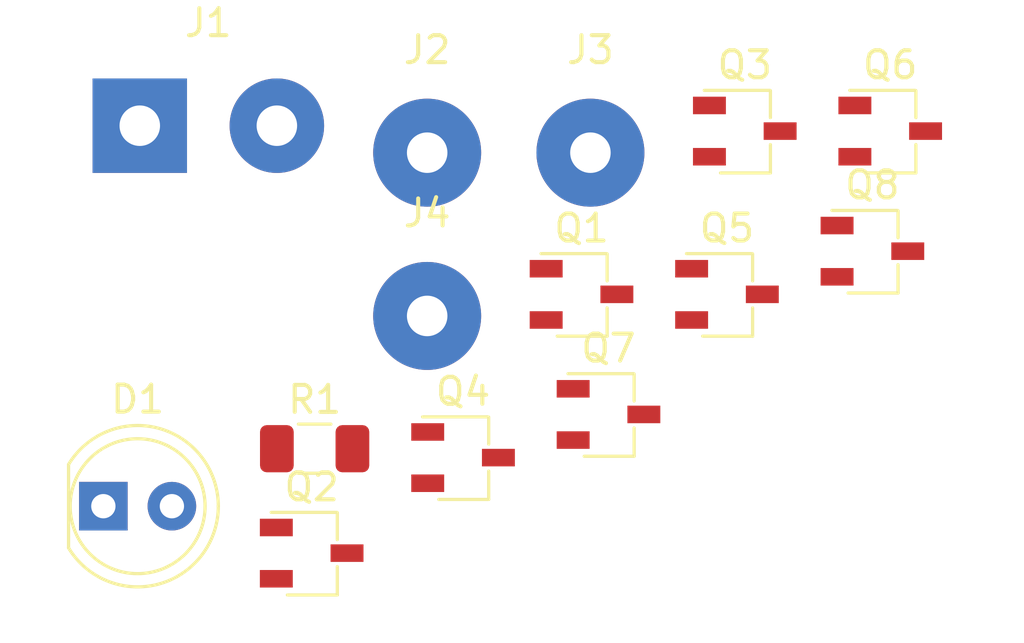
<source format=kicad_pcb>
(kicad_pcb (version 20171130) (host pcbnew "(5.1.2)-1")

  (general
    (thickness 1.6)
    (drawings 0)
    (tracks 0)
    (zones 0)
    (modules 14)
    (nets 11)
  )

  (page A4)
  (layers
    (0 F.Cu signal)
    (31 B.Cu signal)
    (32 B.Adhes user)
    (33 F.Adhes user)
    (34 B.Paste user)
    (35 F.Paste user)
    (36 B.SilkS user)
    (37 F.SilkS user)
    (38 B.Mask user)
    (39 F.Mask user)
    (40 Dwgs.User user)
    (41 Cmts.User user)
    (42 Eco1.User user)
    (43 Eco2.User user)
    (44 Edge.Cuts user)
    (45 Margin user)
    (46 B.CrtYd user)
    (47 F.CrtYd user)
    (48 B.Fab user)
    (49 F.Fab user)
  )

  (setup
    (last_trace_width 0.25)
    (trace_clearance 0.2)
    (zone_clearance 0.508)
    (zone_45_only no)
    (trace_min 0.2)
    (via_size 0.8)
    (via_drill 0.4)
    (via_min_size 0.4)
    (via_min_drill 0.3)
    (uvia_size 0.3)
    (uvia_drill 0.1)
    (uvias_allowed no)
    (uvia_min_size 0.2)
    (uvia_min_drill 0.1)
    (edge_width 0.05)
    (segment_width 0.2)
    (pcb_text_width 0.3)
    (pcb_text_size 1.5 1.5)
    (mod_edge_width 0.12)
    (mod_text_size 1 1)
    (mod_text_width 0.15)
    (pad_size 1.524 1.524)
    (pad_drill 0.762)
    (pad_to_mask_clearance 0.051)
    (solder_mask_min_width 0.25)
    (aux_axis_origin 0 0)
    (visible_elements FFFFFF7F)
    (pcbplotparams
      (layerselection 0x010fc_ffffffff)
      (usegerberextensions false)
      (usegerberattributes false)
      (usegerberadvancedattributes false)
      (creategerberjobfile false)
      (excludeedgelayer true)
      (linewidth 0.100000)
      (plotframeref false)
      (viasonmask false)
      (mode 1)
      (useauxorigin false)
      (hpglpennumber 1)
      (hpglpenspeed 20)
      (hpglpendiameter 15.000000)
      (psnegative false)
      (psa4output false)
      (plotreference true)
      (plotvalue true)
      (plotinvisibletext false)
      (padsonsilk false)
      (subtractmaskfromsilk false)
      (outputformat 1)
      (mirror false)
      (drillshape 1)
      (scaleselection 1)
      (outputdirectory ""))
  )

  (net 0 "")
  (net 1 "Net-(D1-Pad2)")
  (net 2 "Net-(D1-Pad1)")
  (net 3 GND)
  (net 4 +3V3)
  (net 5 /A)
  (net 6 /B)
  (net 7 "Net-(Q1-Pad3)")
  (net 8 "Net-(Q3-Pad3)")
  (net 9 "Net-(Q5-Pad3)")
  (net 10 "Net-(Q7-Pad3)")

  (net_class Default "This is the default net class."
    (clearance 0.2)
    (trace_width 0.25)
    (via_dia 0.8)
    (via_drill 0.4)
    (uvia_dia 0.3)
    (uvia_drill 0.1)
    (add_net +3V3)
    (add_net /A)
    (add_net /B)
    (add_net GND)
    (add_net "Net-(D1-Pad1)")
    (add_net "Net-(D1-Pad2)")
    (add_net "Net-(Q1-Pad3)")
    (add_net "Net-(Q3-Pad3)")
    (add_net "Net-(Q5-Pad3)")
    (add_net "Net-(Q7-Pad3)")
  )

  (module Connector_Wire:SolderWirePad_1x02_P5.08mm_Drill1.5mm (layer F.Cu) (tedit 5AEE5F19) (tstamp 5D0D4AFA)
    (at 147.4 95.12)
    (descr "Wire solder connection")
    (tags connector)
    (path /5DD9DD0F)
    (attr virtual)
    (fp_text reference J1 (at 2.54 -3.81) (layer F.SilkS)
      (effects (font (size 1 1) (thickness 0.15)))
    )
    (fp_text value Conn_01x02_Female (at 2.54 3.81) (layer F.Fab)
      (effects (font (size 1 1) (thickness 0.15)))
    )
    (fp_line (start 7.33 2.25) (end -2.25 2.25) (layer F.CrtYd) (width 0.05))
    (fp_line (start 7.33 2.25) (end 7.33 -2.25) (layer F.CrtYd) (width 0.05))
    (fp_line (start -2.25 -2.25) (end -2.25 2.25) (layer F.CrtYd) (width 0.05))
    (fp_line (start -2.25 -2.25) (end 7.33 -2.25) (layer F.CrtYd) (width 0.05))
    (fp_text user %R (at 2.54 0) (layer F.Fab)
      (effects (font (size 1 1) (thickness 0.15)))
    )
    (pad 2 thru_hole circle (at 5.08 0) (size 3.50012 3.50012) (drill 1.50114) (layers *.Cu *.Mask)
      (net 3 GND))
    (pad 1 thru_hole rect (at 0 0) (size 3.50012 3.50012) (drill 1.50114) (layers *.Cu *.Mask)
      (net 4 +3V3))
  )

  (module Resistor_SMD:R_1206_3216Metric (layer F.Cu) (tedit 5B301BBD) (tstamp 5D0D4BD1)
    (at 153.88 107.09)
    (descr "Resistor SMD 1206 (3216 Metric), square (rectangular) end terminal, IPC_7351 nominal, (Body size source: http://www.tortai-tech.com/upload/download/2011102023233369053.pdf), generated with kicad-footprint-generator")
    (tags resistor)
    (path /5DD82B7F)
    (attr smd)
    (fp_text reference R1 (at 0 -1.82) (layer F.SilkS)
      (effects (font (size 1 1) (thickness 0.15)))
    )
    (fp_text value R (at 0 1.82) (layer F.Fab)
      (effects (font (size 1 1) (thickness 0.15)))
    )
    (fp_text user %R (at 0 0) (layer F.Fab)
      (effects (font (size 0.8 0.8) (thickness 0.12)))
    )
    (fp_line (start 2.28 1.12) (end -2.28 1.12) (layer F.CrtYd) (width 0.05))
    (fp_line (start 2.28 -1.12) (end 2.28 1.12) (layer F.CrtYd) (width 0.05))
    (fp_line (start -2.28 -1.12) (end 2.28 -1.12) (layer F.CrtYd) (width 0.05))
    (fp_line (start -2.28 1.12) (end -2.28 -1.12) (layer F.CrtYd) (width 0.05))
    (fp_line (start -0.602064 0.91) (end 0.602064 0.91) (layer F.SilkS) (width 0.12))
    (fp_line (start -0.602064 -0.91) (end 0.602064 -0.91) (layer F.SilkS) (width 0.12))
    (fp_line (start 1.6 0.8) (end -1.6 0.8) (layer F.Fab) (width 0.1))
    (fp_line (start 1.6 -0.8) (end 1.6 0.8) (layer F.Fab) (width 0.1))
    (fp_line (start -1.6 -0.8) (end 1.6 -0.8) (layer F.Fab) (width 0.1))
    (fp_line (start -1.6 0.8) (end -1.6 -0.8) (layer F.Fab) (width 0.1))
    (pad 2 smd roundrect (at 1.4 0) (size 1.25 1.75) (layers F.Cu F.Paste F.Mask) (roundrect_rratio 0.2)
      (net 3 GND))
    (pad 1 smd roundrect (at -1.4 0) (size 1.25 1.75) (layers F.Cu F.Paste F.Mask) (roundrect_rratio 0.2)
      (net 2 "Net-(D1-Pad1)"))
    (model ${KISYS3DMOD}/Resistor_SMD.3dshapes/R_1206_3216Metric.wrl
      (at (xyz 0 0 0))
      (scale (xyz 1 1 1))
      (rotate (xyz 0 0 0))
    )
  )

  (module Package_TO_SOT_SMD:TSOT-23 (layer F.Cu) (tedit 5A02FF57) (tstamp 5D0D4BC0)
    (at 174.55 99.77)
    (descr "3-pin TSOT23 package, http://www.analog.com.tw/pdf/All_In_One.pdf")
    (tags TSOT-23)
    (path /5DD725F8)
    (attr smd)
    (fp_text reference Q8 (at 0 -2.45) (layer F.SilkS)
      (effects (font (size 1 1) (thickness 0.15)))
    )
    (fp_text value Q_NMOS_DGS (at 0 2.5) (layer F.Fab)
      (effects (font (size 1 1) (thickness 0.15)))
    )
    (fp_line (start 2.17 1.7) (end -2.17 1.7) (layer F.CrtYd) (width 0.05))
    (fp_line (start 2.17 1.7) (end 2.17 -1.7) (layer F.CrtYd) (width 0.05))
    (fp_line (start -2.17 -1.7) (end -2.17 1.7) (layer F.CrtYd) (width 0.05))
    (fp_line (start -2.17 -1.7) (end 2.17 -1.7) (layer F.CrtYd) (width 0.05))
    (fp_line (start 0.88 -1.45) (end 0.88 1.45) (layer F.Fab) (width 0.1))
    (fp_line (start 0.88 1.45) (end -0.88 1.45) (layer F.Fab) (width 0.1))
    (fp_line (start -0.88 -1) (end -0.88 1.45) (layer F.Fab) (width 0.1))
    (fp_line (start 0.88 -1.45) (end -0.43 -1.45) (layer F.Fab) (width 0.1))
    (fp_line (start -0.88 -1) (end -0.43 -1.45) (layer F.Fab) (width 0.1))
    (fp_line (start 0.93 -1.51) (end -1.5 -1.51) (layer F.SilkS) (width 0.12))
    (fp_line (start 0.95 -1.5) (end 0.95 -0.5) (layer F.SilkS) (width 0.12))
    (fp_line (start 0.95 1.55) (end -0.9 1.55) (layer F.SilkS) (width 0.12))
    (fp_line (start 0.95 0.5) (end 0.95 1.55) (layer F.SilkS) (width 0.12))
    (fp_text user %R (at 0 0 90) (layer F.Fab)
      (effects (font (size 0.5 0.5) (thickness 0.075)))
    )
    (pad 3 smd rect (at 1.31 0) (size 1.22 0.65) (layers F.Cu F.Paste F.Mask)
      (net 1 "Net-(D1-Pad2)"))
    (pad 2 smd rect (at -1.31 0.95) (size 1.22 0.65) (layers F.Cu F.Paste F.Mask)
      (net 6 /B))
    (pad 1 smd rect (at -1.31 -0.95) (size 1.22 0.65) (layers F.Cu F.Paste F.Mask)
      (net 10 "Net-(Q7-Pad3)"))
    (model ${KISYS3DMOD}/Package_TO_SOT_SMD.3dshapes/TSOT-23.wrl
      (at (xyz 0 0 0))
      (scale (xyz 1 1 1))
      (rotate (xyz 0 0 0))
    )
  )

  (module Package_TO_SOT_SMD:TSOT-23 (layer F.Cu) (tedit 5A02FF57) (tstamp 5D0D4BAB)
    (at 164.77 105.82)
    (descr "3-pin TSOT23 package, http://www.analog.com.tw/pdf/All_In_One.pdf")
    (tags TSOT-23)
    (path /5DD707F3)
    (attr smd)
    (fp_text reference Q7 (at 0 -2.45) (layer F.SilkS)
      (effects (font (size 1 1) (thickness 0.15)))
    )
    (fp_text value Q_NMOS_DGS (at 0 2.5) (layer F.Fab)
      (effects (font (size 1 1) (thickness 0.15)))
    )
    (fp_line (start 2.17 1.7) (end -2.17 1.7) (layer F.CrtYd) (width 0.05))
    (fp_line (start 2.17 1.7) (end 2.17 -1.7) (layer F.CrtYd) (width 0.05))
    (fp_line (start -2.17 -1.7) (end -2.17 1.7) (layer F.CrtYd) (width 0.05))
    (fp_line (start -2.17 -1.7) (end 2.17 -1.7) (layer F.CrtYd) (width 0.05))
    (fp_line (start 0.88 -1.45) (end 0.88 1.45) (layer F.Fab) (width 0.1))
    (fp_line (start 0.88 1.45) (end -0.88 1.45) (layer F.Fab) (width 0.1))
    (fp_line (start -0.88 -1) (end -0.88 1.45) (layer F.Fab) (width 0.1))
    (fp_line (start 0.88 -1.45) (end -0.43 -1.45) (layer F.Fab) (width 0.1))
    (fp_line (start -0.88 -1) (end -0.43 -1.45) (layer F.Fab) (width 0.1))
    (fp_line (start 0.93 -1.51) (end -1.5 -1.51) (layer F.SilkS) (width 0.12))
    (fp_line (start 0.95 -1.5) (end 0.95 -0.5) (layer F.SilkS) (width 0.12))
    (fp_line (start 0.95 1.55) (end -0.9 1.55) (layer F.SilkS) (width 0.12))
    (fp_line (start 0.95 0.5) (end 0.95 1.55) (layer F.SilkS) (width 0.12))
    (fp_text user %R (at 0 0 90) (layer F.Fab)
      (effects (font (size 0.5 0.5) (thickness 0.075)))
    )
    (pad 3 smd rect (at 1.31 0) (size 1.22 0.65) (layers F.Cu F.Paste F.Mask)
      (net 10 "Net-(Q7-Pad3)"))
    (pad 2 smd rect (at -1.31 0.95) (size 1.22 0.65) (layers F.Cu F.Paste F.Mask)
      (net 5 /A))
    (pad 1 smd rect (at -1.31 -0.95) (size 1.22 0.65) (layers F.Cu F.Paste F.Mask)
      (net 4 +3V3))
    (model ${KISYS3DMOD}/Package_TO_SOT_SMD.3dshapes/TSOT-23.wrl
      (at (xyz 0 0 0))
      (scale (xyz 1 1 1))
      (rotate (xyz 0 0 0))
    )
  )

  (module Package_TO_SOT_SMD:TSOT-23 (layer F.Cu) (tedit 5A02FF57) (tstamp 5D0D4B96)
    (at 175.21 95.32)
    (descr "3-pin TSOT23 package, http://www.analog.com.tw/pdf/All_In_One.pdf")
    (tags TSOT-23)
    (path /5DD6F07C)
    (attr smd)
    (fp_text reference Q6 (at 0 -2.45) (layer F.SilkS)
      (effects (font (size 1 1) (thickness 0.15)))
    )
    (fp_text value Q_NMOS_DGS (at 0 2.5) (layer F.Fab)
      (effects (font (size 1 1) (thickness 0.15)))
    )
    (fp_line (start 2.17 1.7) (end -2.17 1.7) (layer F.CrtYd) (width 0.05))
    (fp_line (start 2.17 1.7) (end 2.17 -1.7) (layer F.CrtYd) (width 0.05))
    (fp_line (start -2.17 -1.7) (end -2.17 1.7) (layer F.CrtYd) (width 0.05))
    (fp_line (start -2.17 -1.7) (end 2.17 -1.7) (layer F.CrtYd) (width 0.05))
    (fp_line (start 0.88 -1.45) (end 0.88 1.45) (layer F.Fab) (width 0.1))
    (fp_line (start 0.88 1.45) (end -0.88 1.45) (layer F.Fab) (width 0.1))
    (fp_line (start -0.88 -1) (end -0.88 1.45) (layer F.Fab) (width 0.1))
    (fp_line (start 0.88 -1.45) (end -0.43 -1.45) (layer F.Fab) (width 0.1))
    (fp_line (start -0.88 -1) (end -0.43 -1.45) (layer F.Fab) (width 0.1))
    (fp_line (start 0.93 -1.51) (end -1.5 -1.51) (layer F.SilkS) (width 0.12))
    (fp_line (start 0.95 -1.5) (end 0.95 -0.5) (layer F.SilkS) (width 0.12))
    (fp_line (start 0.95 1.55) (end -0.9 1.55) (layer F.SilkS) (width 0.12))
    (fp_line (start 0.95 0.5) (end 0.95 1.55) (layer F.SilkS) (width 0.12))
    (fp_text user %R (at 0 0 90) (layer F.Fab)
      (effects (font (size 0.5 0.5) (thickness 0.075)))
    )
    (pad 3 smd rect (at 1.31 0) (size 1.22 0.65) (layers F.Cu F.Paste F.Mask)
      (net 1 "Net-(D1-Pad2)"))
    (pad 2 smd rect (at -1.31 0.95) (size 1.22 0.65) (layers F.Cu F.Paste F.Mask)
      (net 6 /B))
    (pad 1 smd rect (at -1.31 -0.95) (size 1.22 0.65) (layers F.Cu F.Paste F.Mask)
      (net 9 "Net-(Q5-Pad3)"))
    (model ${KISYS3DMOD}/Package_TO_SOT_SMD.3dshapes/TSOT-23.wrl
      (at (xyz 0 0 0))
      (scale (xyz 1 1 1))
      (rotate (xyz 0 0 0))
    )
  )

  (module Package_TO_SOT_SMD:TSOT-23 (layer F.Cu) (tedit 5A02FF57) (tstamp 5D0D4B81)
    (at 169.16 101.37)
    (descr "3-pin TSOT23 package, http://www.analog.com.tw/pdf/All_In_One.pdf")
    (tags TSOT-23)
    (path /5DD75EAD)
    (attr smd)
    (fp_text reference Q5 (at 0 -2.45) (layer F.SilkS)
      (effects (font (size 1 1) (thickness 0.15)))
    )
    (fp_text value Q_PMOS_DGS (at 0 2.5) (layer F.Fab)
      (effects (font (size 1 1) (thickness 0.15)))
    )
    (fp_line (start 2.17 1.7) (end -2.17 1.7) (layer F.CrtYd) (width 0.05))
    (fp_line (start 2.17 1.7) (end 2.17 -1.7) (layer F.CrtYd) (width 0.05))
    (fp_line (start -2.17 -1.7) (end -2.17 1.7) (layer F.CrtYd) (width 0.05))
    (fp_line (start -2.17 -1.7) (end 2.17 -1.7) (layer F.CrtYd) (width 0.05))
    (fp_line (start 0.88 -1.45) (end 0.88 1.45) (layer F.Fab) (width 0.1))
    (fp_line (start 0.88 1.45) (end -0.88 1.45) (layer F.Fab) (width 0.1))
    (fp_line (start -0.88 -1) (end -0.88 1.45) (layer F.Fab) (width 0.1))
    (fp_line (start 0.88 -1.45) (end -0.43 -1.45) (layer F.Fab) (width 0.1))
    (fp_line (start -0.88 -1) (end -0.43 -1.45) (layer F.Fab) (width 0.1))
    (fp_line (start 0.93 -1.51) (end -1.5 -1.51) (layer F.SilkS) (width 0.12))
    (fp_line (start 0.95 -1.5) (end 0.95 -0.5) (layer F.SilkS) (width 0.12))
    (fp_line (start 0.95 1.55) (end -0.9 1.55) (layer F.SilkS) (width 0.12))
    (fp_line (start 0.95 0.5) (end 0.95 1.55) (layer F.SilkS) (width 0.12))
    (fp_text user %R (at 0 0 90) (layer F.Fab)
      (effects (font (size 0.5 0.5) (thickness 0.075)))
    )
    (pad 3 smd rect (at 1.31 0) (size 1.22 0.65) (layers F.Cu F.Paste F.Mask)
      (net 9 "Net-(Q5-Pad3)"))
    (pad 2 smd rect (at -1.31 0.95) (size 1.22 0.65) (layers F.Cu F.Paste F.Mask)
      (net 5 /A))
    (pad 1 smd rect (at -1.31 -0.95) (size 1.22 0.65) (layers F.Cu F.Paste F.Mask)
      (net 4 +3V3))
    (model ${KISYS3DMOD}/Package_TO_SOT_SMD.3dshapes/TSOT-23.wrl
      (at (xyz 0 0 0))
      (scale (xyz 1 1 1))
      (rotate (xyz 0 0 0))
    )
  )

  (module Package_TO_SOT_SMD:TSOT-23 (layer F.Cu) (tedit 5A02FF57) (tstamp 5D0D4B6C)
    (at 159.38 107.42)
    (descr "3-pin TSOT23 package, http://www.analog.com.tw/pdf/All_In_One.pdf")
    (tags TSOT-23)
    (path /5DD7444E)
    (attr smd)
    (fp_text reference Q4 (at 0 -2.45) (layer F.SilkS)
      (effects (font (size 1 1) (thickness 0.15)))
    )
    (fp_text value Q_PMOS_DGS (at 0 2.5) (layer F.Fab)
      (effects (font (size 1 1) (thickness 0.15)))
    )
    (fp_line (start 2.17 1.7) (end -2.17 1.7) (layer F.CrtYd) (width 0.05))
    (fp_line (start 2.17 1.7) (end 2.17 -1.7) (layer F.CrtYd) (width 0.05))
    (fp_line (start -2.17 -1.7) (end -2.17 1.7) (layer F.CrtYd) (width 0.05))
    (fp_line (start -2.17 -1.7) (end 2.17 -1.7) (layer F.CrtYd) (width 0.05))
    (fp_line (start 0.88 -1.45) (end 0.88 1.45) (layer F.Fab) (width 0.1))
    (fp_line (start 0.88 1.45) (end -0.88 1.45) (layer F.Fab) (width 0.1))
    (fp_line (start -0.88 -1) (end -0.88 1.45) (layer F.Fab) (width 0.1))
    (fp_line (start 0.88 -1.45) (end -0.43 -1.45) (layer F.Fab) (width 0.1))
    (fp_line (start -0.88 -1) (end -0.43 -1.45) (layer F.Fab) (width 0.1))
    (fp_line (start 0.93 -1.51) (end -1.5 -1.51) (layer F.SilkS) (width 0.12))
    (fp_line (start 0.95 -1.5) (end 0.95 -0.5) (layer F.SilkS) (width 0.12))
    (fp_line (start 0.95 1.55) (end -0.9 1.55) (layer F.SilkS) (width 0.12))
    (fp_line (start 0.95 0.5) (end 0.95 1.55) (layer F.SilkS) (width 0.12))
    (fp_text user %R (at 0 0 90) (layer F.Fab)
      (effects (font (size 0.5 0.5) (thickness 0.075)))
    )
    (pad 3 smd rect (at 1.31 0) (size 1.22 0.65) (layers F.Cu F.Paste F.Mask)
      (net 1 "Net-(D1-Pad2)"))
    (pad 2 smd rect (at -1.31 0.95) (size 1.22 0.65) (layers F.Cu F.Paste F.Mask)
      (net 6 /B))
    (pad 1 smd rect (at -1.31 -0.95) (size 1.22 0.65) (layers F.Cu F.Paste F.Mask)
      (net 8 "Net-(Q3-Pad3)"))
    (model ${KISYS3DMOD}/Package_TO_SOT_SMD.3dshapes/TSOT-23.wrl
      (at (xyz 0 0 0))
      (scale (xyz 1 1 1))
      (rotate (xyz 0 0 0))
    )
  )

  (module Package_TO_SOT_SMD:TSOT-23 (layer F.Cu) (tedit 5A02FF57) (tstamp 5D0D4B57)
    (at 169.82 95.32)
    (descr "3-pin TSOT23 package, http://www.analog.com.tw/pdf/All_In_One.pdf")
    (tags TSOT-23)
    (path /5DD6B4A0)
    (attr smd)
    (fp_text reference Q3 (at 0 -2.45) (layer F.SilkS)
      (effects (font (size 1 1) (thickness 0.15)))
    )
    (fp_text value Q_NMOS_DGS (at 0 2.5) (layer F.Fab)
      (effects (font (size 1 1) (thickness 0.15)))
    )
    (fp_line (start 2.17 1.7) (end -2.17 1.7) (layer F.CrtYd) (width 0.05))
    (fp_line (start 2.17 1.7) (end 2.17 -1.7) (layer F.CrtYd) (width 0.05))
    (fp_line (start -2.17 -1.7) (end -2.17 1.7) (layer F.CrtYd) (width 0.05))
    (fp_line (start -2.17 -1.7) (end 2.17 -1.7) (layer F.CrtYd) (width 0.05))
    (fp_line (start 0.88 -1.45) (end 0.88 1.45) (layer F.Fab) (width 0.1))
    (fp_line (start 0.88 1.45) (end -0.88 1.45) (layer F.Fab) (width 0.1))
    (fp_line (start -0.88 -1) (end -0.88 1.45) (layer F.Fab) (width 0.1))
    (fp_line (start 0.88 -1.45) (end -0.43 -1.45) (layer F.Fab) (width 0.1))
    (fp_line (start -0.88 -1) (end -0.43 -1.45) (layer F.Fab) (width 0.1))
    (fp_line (start 0.93 -1.51) (end -1.5 -1.51) (layer F.SilkS) (width 0.12))
    (fp_line (start 0.95 -1.5) (end 0.95 -0.5) (layer F.SilkS) (width 0.12))
    (fp_line (start 0.95 1.55) (end -0.9 1.55) (layer F.SilkS) (width 0.12))
    (fp_line (start 0.95 0.5) (end 0.95 1.55) (layer F.SilkS) (width 0.12))
    (fp_text user %R (at 0 0 90) (layer F.Fab)
      (effects (font (size 0.5 0.5) (thickness 0.075)))
    )
    (pad 3 smd rect (at 1.31 0) (size 1.22 0.65) (layers F.Cu F.Paste F.Mask)
      (net 8 "Net-(Q3-Pad3)"))
    (pad 2 smd rect (at -1.31 0.95) (size 1.22 0.65) (layers F.Cu F.Paste F.Mask)
      (net 5 /A))
    (pad 1 smd rect (at -1.31 -0.95) (size 1.22 0.65) (layers F.Cu F.Paste F.Mask)
      (net 4 +3V3))
    (model ${KISYS3DMOD}/Package_TO_SOT_SMD.3dshapes/TSOT-23.wrl
      (at (xyz 0 0 0))
      (scale (xyz 1 1 1))
      (rotate (xyz 0 0 0))
    )
  )

  (module Package_TO_SOT_SMD:TSOT-23 (layer F.Cu) (tedit 5A02FF57) (tstamp 5D0D4B42)
    (at 153.77 110.96)
    (descr "3-pin TSOT23 package, http://www.analog.com.tw/pdf/All_In_One.pdf")
    (tags TSOT-23)
    (path /5DD791A4)
    (attr smd)
    (fp_text reference Q2 (at 0 -2.45) (layer F.SilkS)
      (effects (font (size 1 1) (thickness 0.15)))
    )
    (fp_text value Q_PMOS_DGS (at 0 2.5) (layer F.Fab)
      (effects (font (size 1 1) (thickness 0.15)))
    )
    (fp_line (start 2.17 1.7) (end -2.17 1.7) (layer F.CrtYd) (width 0.05))
    (fp_line (start 2.17 1.7) (end 2.17 -1.7) (layer F.CrtYd) (width 0.05))
    (fp_line (start -2.17 -1.7) (end -2.17 1.7) (layer F.CrtYd) (width 0.05))
    (fp_line (start -2.17 -1.7) (end 2.17 -1.7) (layer F.CrtYd) (width 0.05))
    (fp_line (start 0.88 -1.45) (end 0.88 1.45) (layer F.Fab) (width 0.1))
    (fp_line (start 0.88 1.45) (end -0.88 1.45) (layer F.Fab) (width 0.1))
    (fp_line (start -0.88 -1) (end -0.88 1.45) (layer F.Fab) (width 0.1))
    (fp_line (start 0.88 -1.45) (end -0.43 -1.45) (layer F.Fab) (width 0.1))
    (fp_line (start -0.88 -1) (end -0.43 -1.45) (layer F.Fab) (width 0.1))
    (fp_line (start 0.93 -1.51) (end -1.5 -1.51) (layer F.SilkS) (width 0.12))
    (fp_line (start 0.95 -1.5) (end 0.95 -0.5) (layer F.SilkS) (width 0.12))
    (fp_line (start 0.95 1.55) (end -0.9 1.55) (layer F.SilkS) (width 0.12))
    (fp_line (start 0.95 0.5) (end 0.95 1.55) (layer F.SilkS) (width 0.12))
    (fp_text user %R (at 0 0 90) (layer F.Fab)
      (effects (font (size 0.5 0.5) (thickness 0.075)))
    )
    (pad 3 smd rect (at 1.31 0) (size 1.22 0.65) (layers F.Cu F.Paste F.Mask)
      (net 1 "Net-(D1-Pad2)"))
    (pad 2 smd rect (at -1.31 0.95) (size 1.22 0.65) (layers F.Cu F.Paste F.Mask)
      (net 6 /B))
    (pad 1 smd rect (at -1.31 -0.95) (size 1.22 0.65) (layers F.Cu F.Paste F.Mask)
      (net 7 "Net-(Q1-Pad3)"))
    (model ${KISYS3DMOD}/Package_TO_SOT_SMD.3dshapes/TSOT-23.wrl
      (at (xyz 0 0 0))
      (scale (xyz 1 1 1))
      (rotate (xyz 0 0 0))
    )
  )

  (module Package_TO_SOT_SMD:TSOT-23 (layer F.Cu) (tedit 5A02FF57) (tstamp 5D0D4B2D)
    (at 163.77 101.37)
    (descr "3-pin TSOT23 package, http://www.analog.com.tw/pdf/All_In_One.pdf")
    (tags TSOT-23)
    (path /5DD76ECA)
    (attr smd)
    (fp_text reference Q1 (at 0 -2.45) (layer F.SilkS)
      (effects (font (size 1 1) (thickness 0.15)))
    )
    (fp_text value Q_PMOS_DGS (at 0 2.5) (layer F.Fab)
      (effects (font (size 1 1) (thickness 0.15)))
    )
    (fp_line (start 2.17 1.7) (end -2.17 1.7) (layer F.CrtYd) (width 0.05))
    (fp_line (start 2.17 1.7) (end 2.17 -1.7) (layer F.CrtYd) (width 0.05))
    (fp_line (start -2.17 -1.7) (end -2.17 1.7) (layer F.CrtYd) (width 0.05))
    (fp_line (start -2.17 -1.7) (end 2.17 -1.7) (layer F.CrtYd) (width 0.05))
    (fp_line (start 0.88 -1.45) (end 0.88 1.45) (layer F.Fab) (width 0.1))
    (fp_line (start 0.88 1.45) (end -0.88 1.45) (layer F.Fab) (width 0.1))
    (fp_line (start -0.88 -1) (end -0.88 1.45) (layer F.Fab) (width 0.1))
    (fp_line (start 0.88 -1.45) (end -0.43 -1.45) (layer F.Fab) (width 0.1))
    (fp_line (start -0.88 -1) (end -0.43 -1.45) (layer F.Fab) (width 0.1))
    (fp_line (start 0.93 -1.51) (end -1.5 -1.51) (layer F.SilkS) (width 0.12))
    (fp_line (start 0.95 -1.5) (end 0.95 -0.5) (layer F.SilkS) (width 0.12))
    (fp_line (start 0.95 1.55) (end -0.9 1.55) (layer F.SilkS) (width 0.12))
    (fp_line (start 0.95 0.5) (end 0.95 1.55) (layer F.SilkS) (width 0.12))
    (fp_text user %R (at 0 0 90) (layer F.Fab)
      (effects (font (size 0.5 0.5) (thickness 0.075)))
    )
    (pad 3 smd rect (at 1.31 0) (size 1.22 0.65) (layers F.Cu F.Paste F.Mask)
      (net 7 "Net-(Q1-Pad3)"))
    (pad 2 smd rect (at -1.31 0.95) (size 1.22 0.65) (layers F.Cu F.Paste F.Mask)
      (net 5 /A))
    (pad 1 smd rect (at -1.31 -0.95) (size 1.22 0.65) (layers F.Cu F.Paste F.Mask)
      (net 3 GND))
    (model ${KISYS3DMOD}/Package_TO_SOT_SMD.3dshapes/TSOT-23.wrl
      (at (xyz 0 0 0))
      (scale (xyz 1 1 1))
      (rotate (xyz 0 0 0))
    )
  )

  (module Connector_Wire:SolderWirePad_1x01_Drill1.5mm (layer F.Cu) (tedit 5AEE5EB3) (tstamp 5D0D4B18)
    (at 158.05 102.17)
    (descr "Wire solder connection")
    (tags connector)
    (path /5DD977F1)
    (attr virtual)
    (fp_text reference J4 (at 0 -3.81) (layer F.SilkS)
      (effects (font (size 1 1) (thickness 0.15)))
    )
    (fp_text value OUTPUT (at 0 3.81) (layer F.Fab)
      (effects (font (size 1 1) (thickness 0.15)))
    )
    (fp_line (start 2.5 2.5) (end -2.5 2.5) (layer F.CrtYd) (width 0.05))
    (fp_line (start 2.5 2.5) (end 2.5 -2.5) (layer F.CrtYd) (width 0.05))
    (fp_line (start -2.5 -2.5) (end -2.5 2.5) (layer F.CrtYd) (width 0.05))
    (fp_line (start -2.5 -2.5) (end 2.5 -2.5) (layer F.CrtYd) (width 0.05))
    (fp_text user %R (at 0 0) (layer F.Fab)
      (effects (font (size 1 1) (thickness 0.15)))
    )
    (pad 1 thru_hole circle (at 0 0) (size 4.0005 4.0005) (drill 1.50114) (layers *.Cu *.Mask)
      (net 1 "Net-(D1-Pad2)"))
  )

  (module Connector_Wire:SolderWirePad_1x01_Drill1.5mm (layer F.Cu) (tedit 5AEE5EB3) (tstamp 5D0D4B0E)
    (at 164.1 96.12)
    (descr "Wire solder connection")
    (tags connector)
    (path /5DD998D2)
    (attr virtual)
    (fp_text reference J3 (at 0 -3.81) (layer F.SilkS)
      (effects (font (size 1 1) (thickness 0.15)))
    )
    (fp_text value B (at 0 3.81) (layer F.Fab)
      (effects (font (size 1 1) (thickness 0.15)))
    )
    (fp_line (start 2.5 2.5) (end -2.5 2.5) (layer F.CrtYd) (width 0.05))
    (fp_line (start 2.5 2.5) (end 2.5 -2.5) (layer F.CrtYd) (width 0.05))
    (fp_line (start -2.5 -2.5) (end -2.5 2.5) (layer F.CrtYd) (width 0.05))
    (fp_line (start -2.5 -2.5) (end 2.5 -2.5) (layer F.CrtYd) (width 0.05))
    (fp_text user %R (at 0 0) (layer F.Fab)
      (effects (font (size 1 1) (thickness 0.15)))
    )
    (pad 1 thru_hole circle (at 0 0) (size 4.0005 4.0005) (drill 1.50114) (layers *.Cu *.Mask)
      (net 6 /B))
  )

  (module Connector_Wire:SolderWirePad_1x01_Drill1.5mm (layer F.Cu) (tedit 5AEE5EB3) (tstamp 5D0D4B04)
    (at 158.05 96.12)
    (descr "Wire solder connection")
    (tags connector)
    (path /5DD98F5A)
    (attr virtual)
    (fp_text reference J2 (at 0 -3.81) (layer F.SilkS)
      (effects (font (size 1 1) (thickness 0.15)))
    )
    (fp_text value A (at 0 3.81) (layer F.Fab)
      (effects (font (size 1 1) (thickness 0.15)))
    )
    (fp_line (start 2.5 2.5) (end -2.5 2.5) (layer F.CrtYd) (width 0.05))
    (fp_line (start 2.5 2.5) (end 2.5 -2.5) (layer F.CrtYd) (width 0.05))
    (fp_line (start -2.5 -2.5) (end -2.5 2.5) (layer F.CrtYd) (width 0.05))
    (fp_line (start -2.5 -2.5) (end 2.5 -2.5) (layer F.CrtYd) (width 0.05))
    (fp_text user %R (at 0 0) (layer F.Fab)
      (effects (font (size 1 1) (thickness 0.15)))
    )
    (pad 1 thru_hole circle (at 0 0) (size 4.0005 4.0005) (drill 1.50114) (layers *.Cu *.Mask)
      (net 5 /A))
  )

  (module LED_THT:LED_D5.0mm (layer F.Cu) (tedit 5995936A) (tstamp 5D0D4AE1)
    (at 146.05 109.22)
    (descr "LED, diameter 5.0mm, 2 pins, http://cdn-reichelt.de/documents/datenblatt/A500/LL-504BC2E-009.pdf")
    (tags "LED diameter 5.0mm 2 pins")
    (path /5DD80331)
    (fp_text reference D1 (at 1.27 -3.96) (layer F.SilkS)
      (effects (font (size 1 1) (thickness 0.15)))
    )
    (fp_text value LED (at 1.27 3.96) (layer F.Fab)
      (effects (font (size 1 1) (thickness 0.15)))
    )
    (fp_text user %R (at 1.25 0) (layer F.Fab)
      (effects (font (size 0.8 0.8) (thickness 0.2)))
    )
    (fp_line (start 4.5 -3.25) (end -1.95 -3.25) (layer F.CrtYd) (width 0.05))
    (fp_line (start 4.5 3.25) (end 4.5 -3.25) (layer F.CrtYd) (width 0.05))
    (fp_line (start -1.95 3.25) (end 4.5 3.25) (layer F.CrtYd) (width 0.05))
    (fp_line (start -1.95 -3.25) (end -1.95 3.25) (layer F.CrtYd) (width 0.05))
    (fp_line (start -1.29 -1.545) (end -1.29 1.545) (layer F.SilkS) (width 0.12))
    (fp_line (start -1.23 -1.469694) (end -1.23 1.469694) (layer F.Fab) (width 0.1))
    (fp_circle (center 1.27 0) (end 3.77 0) (layer F.SilkS) (width 0.12))
    (fp_circle (center 1.27 0) (end 3.77 0) (layer F.Fab) (width 0.1))
    (fp_arc (start 1.27 0) (end -1.29 1.54483) (angle -148.9) (layer F.SilkS) (width 0.12))
    (fp_arc (start 1.27 0) (end -1.29 -1.54483) (angle 148.9) (layer F.SilkS) (width 0.12))
    (fp_arc (start 1.27 0) (end -1.23 -1.469694) (angle 299.1) (layer F.Fab) (width 0.1))
    (pad 2 thru_hole circle (at 2.54 0) (size 1.8 1.8) (drill 0.9) (layers *.Cu *.Mask)
      (net 1 "Net-(D1-Pad2)"))
    (pad 1 thru_hole rect (at 0 0) (size 1.8 1.8) (drill 0.9) (layers *.Cu *.Mask)
      (net 2 "Net-(D1-Pad1)"))
    (model ${KISYS3DMOD}/LED_THT.3dshapes/LED_D5.0mm.wrl
      (at (xyz 0 0 0))
      (scale (xyz 1 1 1))
      (rotate (xyz 0 0 0))
    )
  )

)

</source>
